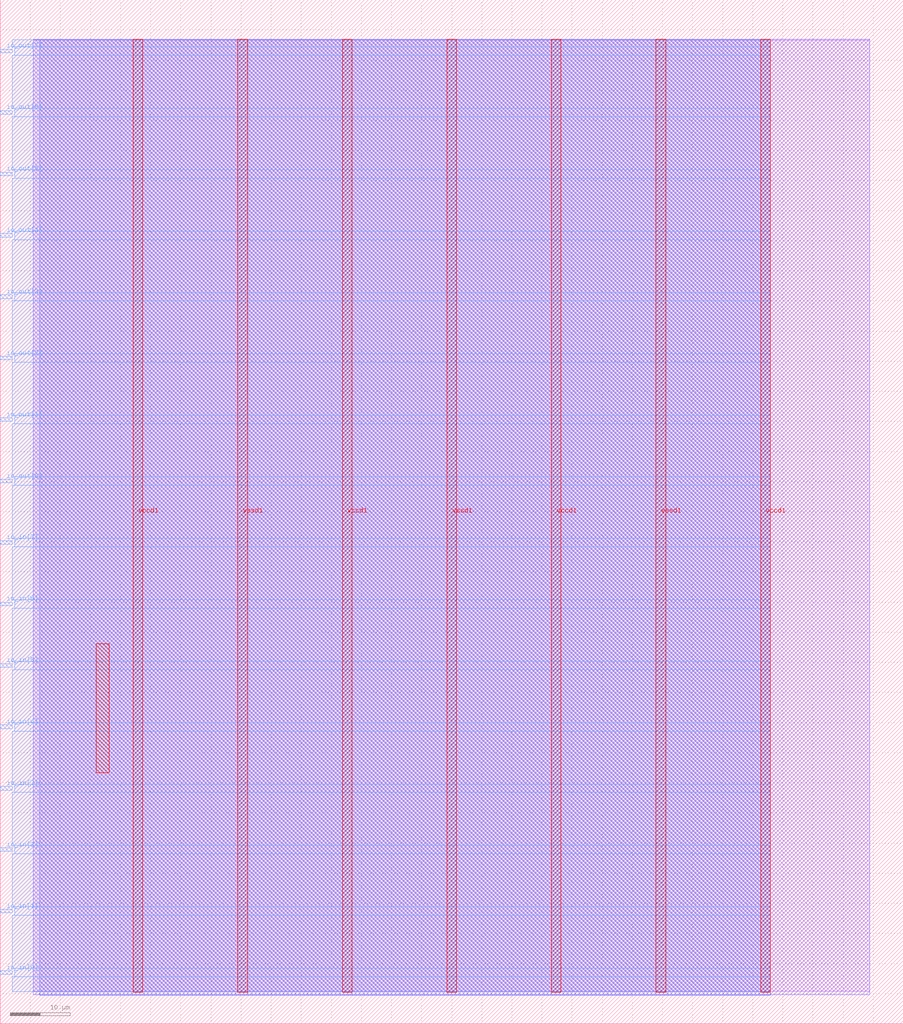
<source format=lef>
VERSION 5.7 ;
  NOWIREEXTENSIONATPIN ON ;
  DIVIDERCHAR "/" ;
  BUSBITCHARS "[]" ;
MACRO pwm_gen
  CLASS BLOCK ;
  FOREIGN pwm_gen ;
  ORIGIN 0.000 0.000 ;
  SIZE 150.000 BY 170.000 ;
  PIN io_in[0]
    DIRECTION INPUT ;
    USE SIGNAL ;
    PORT
      LAYER met3 ;
        RECT 0.000 8.200 2.000 8.800 ;
    END
  END io_in[0]
  PIN io_in[1]
    DIRECTION INPUT ;
    USE SIGNAL ;
    PORT
      LAYER met3 ;
        RECT 0.000 18.400 2.000 19.000 ;
    END
  END io_in[1]
  PIN io_in[2]
    DIRECTION INPUT ;
    USE SIGNAL ;
    PORT
      LAYER met3 ;
        RECT 0.000 28.600 2.000 29.200 ;
    END
  END io_in[2]
  PIN io_in[3]
    DIRECTION INPUT ;
    USE SIGNAL ;
    PORT
      LAYER met3 ;
        RECT 0.000 38.800 2.000 39.400 ;
    END
  END io_in[3]
  PIN io_in[4]
    DIRECTION INPUT ;
    USE SIGNAL ;
    PORT
      LAYER met3 ;
        RECT 0.000 49.000 2.000 49.600 ;
    END
  END io_in[4]
  PIN io_in[5]
    DIRECTION INPUT ;
    USE SIGNAL ;
    PORT
      LAYER met3 ;
        RECT 0.000 59.200 2.000 59.800 ;
    END
  END io_in[5]
  PIN io_in[6]
    DIRECTION INPUT ;
    USE SIGNAL ;
    PORT
      LAYER met3 ;
        RECT 0.000 69.400 2.000 70.000 ;
    END
  END io_in[6]
  PIN io_in[7]
    DIRECTION INPUT ;
    USE SIGNAL ;
    PORT
      LAYER met3 ;
        RECT 0.000 79.600 2.000 80.200 ;
    END
  END io_in[7]
  PIN io_out[0]
    DIRECTION OUTPUT TRISTATE ;
    USE SIGNAL ;
    PORT
      LAYER met3 ;
        RECT 0.000 89.800 2.000 90.400 ;
    END
  END io_out[0]
  PIN io_out[1]
    DIRECTION OUTPUT TRISTATE ;
    USE SIGNAL ;
    PORT
      LAYER met3 ;
        RECT 0.000 100.000 2.000 100.600 ;
    END
  END io_out[1]
  PIN io_out[2]
    DIRECTION OUTPUT TRISTATE ;
    USE SIGNAL ;
    PORT
      LAYER met3 ;
        RECT 0.000 110.200 2.000 110.800 ;
    END
  END io_out[2]
  PIN io_out[3]
    DIRECTION OUTPUT TRISTATE ;
    USE SIGNAL ;
    PORT
      LAYER met3 ;
        RECT 0.000 120.400 2.000 121.000 ;
    END
  END io_out[3]
  PIN io_out[4]
    DIRECTION OUTPUT TRISTATE ;
    USE SIGNAL ;
    PORT
      LAYER met3 ;
        RECT 0.000 130.600 2.000 131.200 ;
    END
  END io_out[4]
  PIN io_out[5]
    DIRECTION OUTPUT TRISTATE ;
    USE SIGNAL ;
    PORT
      LAYER met3 ;
        RECT 0.000 140.800 2.000 141.400 ;
    END
  END io_out[5]
  PIN io_out[6]
    DIRECTION OUTPUT TRISTATE ;
    USE SIGNAL ;
    PORT
      LAYER met3 ;
        RECT 0.000 151.000 2.000 151.600 ;
    END
  END io_out[6]
  PIN io_out[7]
    DIRECTION OUTPUT TRISTATE ;
    USE SIGNAL ;
    PORT
      LAYER met3 ;
        RECT 0.000 161.200 2.000 161.800 ;
    END
  END io_out[7]
  PIN vccd1
    DIRECTION INOUT ;
    USE POWER ;
    PORT
      LAYER met4 ;
        RECT 22.090 5.200 23.690 163.440 ;
    END
    PORT
      LAYER met4 ;
        RECT 56.830 5.200 58.430 163.440 ;
    END
    PORT
      LAYER met4 ;
        RECT 91.570 5.200 93.170 163.440 ;
    END
    PORT
      LAYER met4 ;
        RECT 126.310 5.200 127.910 163.440 ;
    END
  END vccd1
  PIN vssd1
    DIRECTION INOUT ;
    USE GROUND ;
    PORT
      LAYER met4 ;
        RECT 39.460 5.200 41.060 163.440 ;
    END
    PORT
      LAYER met4 ;
        RECT 74.200 5.200 75.800 163.440 ;
    END
    PORT
      LAYER met4 ;
        RECT 108.940 5.200 110.540 163.440 ;
    END
  END vssd1
  OBS
      LAYER li1 ;
        RECT 5.520 5.355 144.440 163.285 ;
      LAYER met1 ;
        RECT 5.520 4.800 144.440 163.440 ;
      LAYER met2 ;
        RECT 6.540 4.770 127.880 163.385 ;
      LAYER met3 ;
        RECT 2.000 162.200 127.900 163.365 ;
        RECT 2.400 160.800 127.900 162.200 ;
        RECT 2.000 152.000 127.900 160.800 ;
        RECT 2.400 150.600 127.900 152.000 ;
        RECT 2.000 141.800 127.900 150.600 ;
        RECT 2.400 140.400 127.900 141.800 ;
        RECT 2.000 131.600 127.900 140.400 ;
        RECT 2.400 130.200 127.900 131.600 ;
        RECT 2.000 121.400 127.900 130.200 ;
        RECT 2.400 120.000 127.900 121.400 ;
        RECT 2.000 111.200 127.900 120.000 ;
        RECT 2.400 109.800 127.900 111.200 ;
        RECT 2.000 101.000 127.900 109.800 ;
        RECT 2.400 99.600 127.900 101.000 ;
        RECT 2.000 90.800 127.900 99.600 ;
        RECT 2.400 89.400 127.900 90.800 ;
        RECT 2.000 80.600 127.900 89.400 ;
        RECT 2.400 79.200 127.900 80.600 ;
        RECT 2.000 70.400 127.900 79.200 ;
        RECT 2.400 69.000 127.900 70.400 ;
        RECT 2.000 60.200 127.900 69.000 ;
        RECT 2.400 58.800 127.900 60.200 ;
        RECT 2.000 50.000 127.900 58.800 ;
        RECT 2.400 48.600 127.900 50.000 ;
        RECT 2.000 39.800 127.900 48.600 ;
        RECT 2.400 38.400 127.900 39.800 ;
        RECT 2.000 29.600 127.900 38.400 ;
        RECT 2.400 28.200 127.900 29.600 ;
        RECT 2.000 19.400 127.900 28.200 ;
        RECT 2.400 18.000 127.900 19.400 ;
        RECT 2.000 9.200 127.900 18.000 ;
        RECT 2.400 7.800 127.900 9.200 ;
        RECT 2.000 5.275 127.900 7.800 ;
      LAYER met4 ;
        RECT 15.935 41.655 18.105 63.065 ;
  END
END pwm_gen
END LIBRARY


</source>
